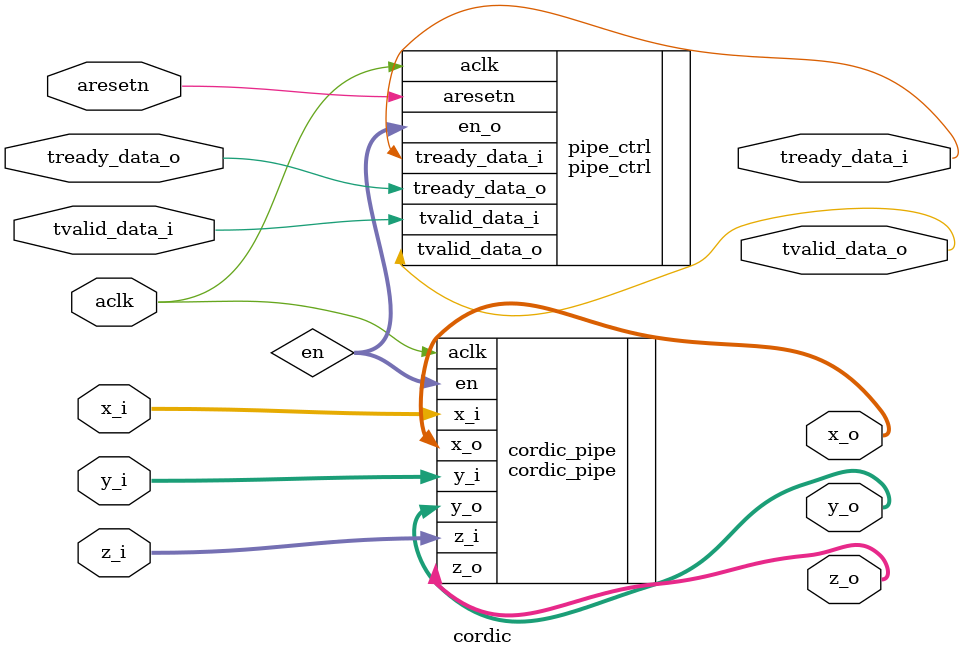
<source format=sv>
module cordic #(
parameter DATA_WIDTH = 16,
parameter ITERATION_CNT = 12
)(
input  logic                      aclk,
input  logic                      aresetn,

input  logic                      tvalid_data_i,
output logic                      tready_data_i,

input  logic [DATA_WIDTH - 1 : 0] x_i,
input  logic [DATA_WIDTH - 1 : 0] y_i,
input  logic [            31 : 0] z_i,

output logic                      tvalid_data_o,
input  logic                      tready_data_o,

output logic [DATA_WIDTH - 1 : 0] x_o,
output logic [DATA_WIDTH - 1 : 0] y_o,
output logic [            31 : 0] z_o
);

logic [ITERATION_CNT - 1 : 0] en;

pipe_ctrl #(
  .PIPE_WIDTH(ITERATION_CNT)
) pipe_ctrl (
  .aclk         (aclk),
  .aresetn      (aresetn),
  .en_o         (en),
  .tvalid_data_i(tvalid_data_i),
  .tready_data_i(tready_data_i),       
  .tvalid_data_o(tvalid_data_o),
  .tready_data_o(tready_data_o)
);

cordic_pipe #(
  .DATA_WIDTH   (DATA_WIDTH),
  .ITERATION_CNT(ITERATION_CNT)
) cordic_pipe (
  .aclk(aclk),
  .en (en),
  .x_i(x_i),
  .y_i(y_i),
  .z_i(z_i),
  .x_o(x_o),
  .y_o(y_o),
  .z_o(z_o)
);

endmodule 
</source>
